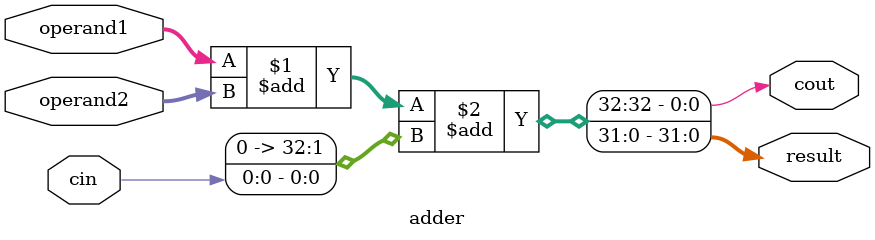
<source format=v>
`timescale 1ns / 1ps
module adder(
    input  [31:0] operand1,
    input  [31:0] operand2,
    input         cin,
    output [31:0] result,
    output        cout
    );
    assign {cout,result} = operand1 + operand2 + {31'b0, cin};

endmodule

</source>
